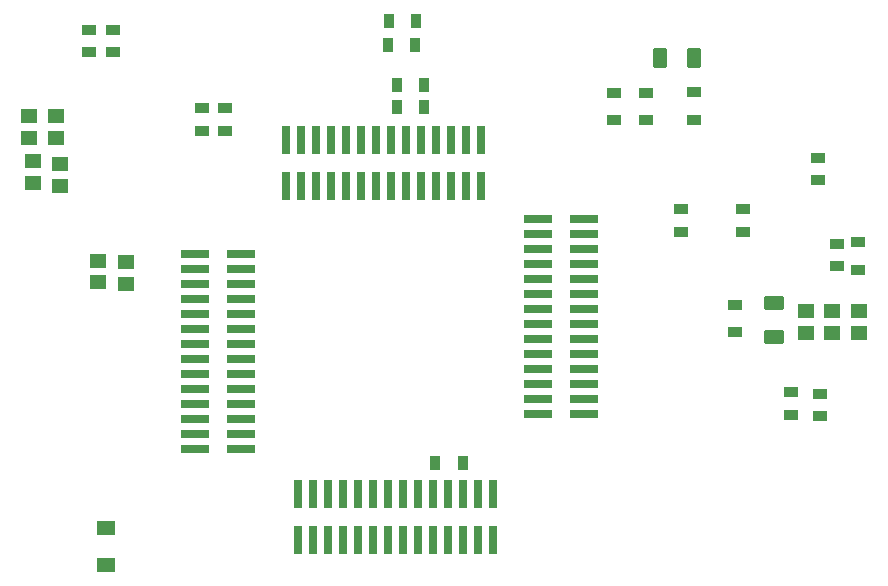
<source format=gbp>
G04*
G04 #@! TF.GenerationSoftware,Altium Limited,Altium Designer,23.11.1 (41)*
G04*
G04 Layer_Color=128*
%FSLAX44Y44*%
%MOMM*%
G71*
G04*
G04 #@! TF.SameCoordinates,4CE7A35D-70A9-472E-BD1E-F3F5204FB4D5*
G04*
G04*
G04 #@! TF.FilePolarity,Positive*
G04*
G01*
G75*
%ADD18R,1.3000X0.9000*%
%ADD19R,0.9000X1.3000*%
%ADD23R,1.3500X1.1500*%
%ADD93R,2.4000X0.7500*%
G04:AMPARAMS|DCode=94|XSize=1.75mm|YSize=1.25mm|CornerRadius=0.3125mm|HoleSize=0mm|Usage=FLASHONLY|Rotation=0.000|XOffset=0mm|YOffset=0mm|HoleType=Round|Shape=RoundedRectangle|*
%AMROUNDEDRECTD94*
21,1,1.7500,0.6250,0,0,0.0*
21,1,1.1250,1.2500,0,0,0.0*
1,1,0.6250,0.5625,-0.3125*
1,1,0.6250,-0.5625,-0.3125*
1,1,0.6250,-0.5625,0.3125*
1,1,0.6250,0.5625,0.3125*
%
%ADD94ROUNDEDRECTD94*%
G04:AMPARAMS|DCode=95|XSize=1.75mm|YSize=1.25mm|CornerRadius=0.3125mm|HoleSize=0mm|Usage=FLASHONLY|Rotation=90.000|XOffset=0mm|YOffset=0mm|HoleType=Round|Shape=RoundedRectangle|*
%AMROUNDEDRECTD95*
21,1,1.7500,0.6250,0,0,90.0*
21,1,1.1250,1.2500,0,0,90.0*
1,1,0.6250,0.3125,0.5625*
1,1,0.6250,0.3125,-0.5625*
1,1,0.6250,-0.3125,-0.5625*
1,1,0.6250,-0.3125,0.5625*
%
%ADD95ROUNDEDRECTD95*%
%ADD96R,1.6000X1.2000*%
%ADD97R,0.7500X2.4000*%
D18*
X750000Y234500D02*
D03*
Y215500D02*
D03*
X725249Y235499D02*
D03*
Y216499D02*
D03*
X226000Y457000D02*
D03*
Y476000D02*
D03*
X246000Y457000D02*
D03*
Y476000D02*
D03*
X131000Y523500D02*
D03*
Y542500D02*
D03*
X151000Y523500D02*
D03*
Y542500D02*
D03*
X748000Y434000D02*
D03*
Y415000D02*
D03*
X678000Y286500D02*
D03*
Y309500D02*
D03*
X764000Y361500D02*
D03*
Y342500D02*
D03*
X782000Y362500D02*
D03*
Y339500D02*
D03*
X684000Y371500D02*
D03*
Y390500D02*
D03*
X632000Y371500D02*
D03*
Y390500D02*
D03*
X643000Y466500D02*
D03*
Y489500D02*
D03*
X602000Y466000D02*
D03*
Y489000D02*
D03*
X575000Y466000D02*
D03*
Y489000D02*
D03*
D19*
X424000Y176000D02*
D03*
X447000D02*
D03*
X383500Y530000D02*
D03*
X406500D02*
D03*
X384500Y550000D02*
D03*
X407500D02*
D03*
X391500Y477000D02*
D03*
X414500D02*
D03*
X391500Y496000D02*
D03*
X414500D02*
D03*
D23*
X106000Y410282D02*
D03*
Y428782D02*
D03*
X103000Y451282D02*
D03*
Y469782D02*
D03*
X83000Y412750D02*
D03*
Y431250D02*
D03*
X80000Y451282D02*
D03*
Y469782D02*
D03*
X138000Y328750D02*
D03*
Y347250D02*
D03*
X162000Y327750D02*
D03*
Y346250D02*
D03*
X783000Y285750D02*
D03*
Y304250D02*
D03*
X738000D02*
D03*
Y285750D02*
D03*
X760000Y304250D02*
D03*
Y285750D02*
D03*
D93*
X220500Y289050D02*
D03*
Y301750D02*
D03*
X259500Y289050D02*
D03*
Y301750D02*
D03*
X220500Y314450D02*
D03*
X259500D02*
D03*
X220500Y327150D02*
D03*
X259500D02*
D03*
X220500Y339850D02*
D03*
X259500D02*
D03*
Y352550D02*
D03*
X220500D02*
D03*
X259500Y276350D02*
D03*
X220500D02*
D03*
X259500Y263650D02*
D03*
Y250950D02*
D03*
X220500Y263650D02*
D03*
Y250950D02*
D03*
X259500Y238250D02*
D03*
Y225550D02*
D03*
Y212850D02*
D03*
Y200150D02*
D03*
Y187450D02*
D03*
X220500Y238250D02*
D03*
Y225550D02*
D03*
Y212850D02*
D03*
Y200150D02*
D03*
Y187450D02*
D03*
X510500Y217450D02*
D03*
Y230150D02*
D03*
Y242850D02*
D03*
Y255550D02*
D03*
Y268250D02*
D03*
X549500Y217450D02*
D03*
Y230150D02*
D03*
Y242850D02*
D03*
Y255550D02*
D03*
Y268250D02*
D03*
X510500Y280950D02*
D03*
Y293650D02*
D03*
X549500Y280950D02*
D03*
Y293650D02*
D03*
X510500Y306350D02*
D03*
X549500D02*
D03*
X510500Y382550D02*
D03*
X549500D02*
D03*
Y369850D02*
D03*
X510500D02*
D03*
X549500Y357150D02*
D03*
X510500D02*
D03*
X549500Y344450D02*
D03*
X510500D02*
D03*
X549500Y331750D02*
D03*
Y319050D02*
D03*
X510500Y331750D02*
D03*
Y319050D02*
D03*
D94*
X711000Y282750D02*
D03*
Y311250D02*
D03*
D95*
X643000Y519000D02*
D03*
X614500D02*
D03*
D96*
X145000Y89500D02*
D03*
Y120500D02*
D03*
D97*
X472550Y110500D02*
D03*
X459850D02*
D03*
X447150D02*
D03*
X434450D02*
D03*
X421750D02*
D03*
X472550Y149500D02*
D03*
X459850D02*
D03*
X447150D02*
D03*
X434450D02*
D03*
X421750D02*
D03*
X409050Y110500D02*
D03*
X396350D02*
D03*
X409050Y149500D02*
D03*
X396350D02*
D03*
X383650Y110500D02*
D03*
Y149500D02*
D03*
X307450Y110500D02*
D03*
Y149500D02*
D03*
X320150D02*
D03*
Y110500D02*
D03*
X332850Y149500D02*
D03*
Y110500D02*
D03*
X345550Y149500D02*
D03*
Y110500D02*
D03*
X358250Y149500D02*
D03*
X370950D02*
D03*
X358250Y110500D02*
D03*
X370950D02*
D03*
X462550Y410500D02*
D03*
X449850D02*
D03*
X437150D02*
D03*
X424450D02*
D03*
X411750D02*
D03*
X462550Y449500D02*
D03*
X449850D02*
D03*
X437150D02*
D03*
X424450D02*
D03*
X411750D02*
D03*
X399050Y410500D02*
D03*
X386350D02*
D03*
X399050Y449500D02*
D03*
X386350D02*
D03*
X373650Y410500D02*
D03*
Y449500D02*
D03*
X297450Y410500D02*
D03*
Y449500D02*
D03*
X310150D02*
D03*
Y410500D02*
D03*
X322850Y449500D02*
D03*
Y410500D02*
D03*
X335550Y449500D02*
D03*
Y410500D02*
D03*
X348250Y449500D02*
D03*
X360950D02*
D03*
X348250Y410500D02*
D03*
X360950D02*
D03*
M02*

</source>
